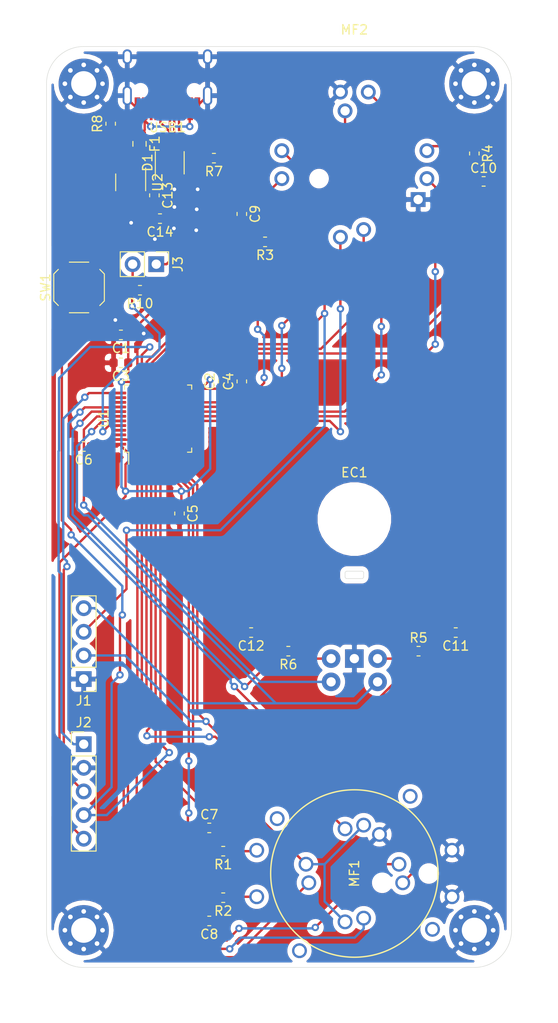
<source format=kicad_pcb>
(kicad_pcb (version 20171130) (host pcbnew "(5.1.2)-1")
  (layers (0 F.Cu signal) (31 B.Cu signal) (34 B.Paste user) (35 F.Paste user) (36 B.SilkS user) (37 F.SilkS user) (38 B.Mask user) (39 F.Mask user) (44 Edge.Cuts user))
  (net 0 "")
  (net 1 +3V3)
  (net 2 GND)
  (net 3 MF1EA)
  (net 4 MF1EB)
  (net 5 MF2EA)
  (net 6 MF2EB)
  (net 7 "Net-(EC1-PadB)")
  (net 8 "Net-(EC1-PadA)")
  (net 9 EC1S2)
  (net 10 EC1S1)
  (net 11 "Net-(MF1-Pad5)")
  (net 12 "Net-(MF1-Pad6)")
  (net 13 MF1PUSH)
  (net 14 MF1D)
  (net 15 MF1B)
  (net 16 MF1C)
  (net 17 MF1COM)
  (net 18 MF1A)
  (net 19 MF2COM)
  (net 20 MF2PUSH)
  (net 21 MF2A)
  (net 22 MF2C)
  (net 23 MF2B)
  (net 24 "Net-(MF2-Pad6)")
  (net 25 "Net-(MF2-Pad5)")
  (net 26 MF2D)
  (net 27 NRST)
  (net 28 D_N)
  (net 29 D_P)
  (net 30 EC1EA)
  (net 31 EC1EB)
  (net 32 +5V)
  (net 33 "Net-(F1-Pad1)")
  (net 34 "Net-(R7-Pad2)")
  (net 35 "Net-(R8-Pad2)")
  (net 36 SWDIO)
  (net 37 SWCLK)
  (net 38 BOOT0)
  (module Capacitor_SMD:C_0603_1608Metric (layer F.Cu) (at 11.6 16 270)
    (fp_text reference C13 (at 0 -1.43 90) (layer F.SilkS))
    (fp_text value 1u)
    (pad 1 smd roundrect (at -0.7875 0 270) (size 0.875 0.95) (layers F.Cu F.Paste F.Mask) (net 32 +5V))
    (pad 2 smd roundrect (at 0.7875 0 270) (size 0.875 0.95) (layers F.Cu F.Paste F.Mask) (net 2 GND))
  )
  (module Capacitor_SMD:C_0603_1608Metric (layer F.Cu) (at 8 31 180)
    (fp_text reference C1 (at 0 -1.43) (layer F.SilkS))
    (fp_text value 4.7u)
    (pad 1 smd roundrect (at -0.7875 0 180) (size 0.875 0.95) (layers F.Cu F.Paste F.Mask) (net 1 +3V3))
    (pad 2 smd roundrect (at 0.7875 0 180) (size 0.875 0.95) (layers F.Cu F.Paste F.Mask) (net 2 GND))
  )
  (module Capacitor_SMD:C_0603_1608Metric (layer F.Cu) (at 19 36 90)
    (fp_text reference C2 (at 0 -1.43 90) (layer F.SilkS))
    (fp_text value 4.7u)
    (pad 1 smd roundrect (at -0.7875 0 90) (size 0.875 0.95) (layers F.Cu F.Paste F.Mask) (net 1 +3V3))
    (pad 2 smd roundrect (at 0.7875 0 90) (size 0.875 0.95) (layers F.Cu F.Paste F.Mask) (net 2 GND))
  )
  (module Capacitor_SMD:C_0603_1608Metric (layer F.Cu) (at 8 34 180)
    (fp_text reference C3 (at 0 -1.43) (layer F.SilkS))
    (fp_text value 0.1u)
    (pad 1 smd roundrect (at -0.7875 0 180) (size 0.875 0.95) (layers F.Cu F.Paste F.Mask) (net 1 +3V3))
    (pad 2 smd roundrect (at 0.7875 0 180) (size 0.875 0.95) (layers F.Cu F.Paste F.Mask) (net 2 GND))
  )
  (module Capacitor_SMD:C_0603_1608Metric (layer F.Cu) (at 21 36 90)
    (fp_text reference C4 (at 0 -1.43 90) (layer F.SilkS))
    (fp_text value 0.1u)
    (pad 1 smd roundrect (at -0.7875 0 90) (size 0.875 0.95) (layers F.Cu F.Paste F.Mask) (net 1 +3V3))
    (pad 2 smd roundrect (at 0.7875 0 90) (size 0.875 0.95) (layers F.Cu F.Paste F.Mask) (net 2 GND))
  )
  (module Capacitor_SMD:C_0603_1608Metric (layer F.Cu) (at 14.3 50.2 270)
    (fp_text reference C5 (at 0 -1.43 90) (layer F.SilkS))
    (fp_text value 0.1u)
    (pad 1 smd roundrect (at -0.7875 0 270) (size 0.875 0.95) (layers F.Cu F.Paste F.Mask) (net 1 +3V3))
    (pad 2 smd roundrect (at 0.7875 0 270) (size 0.875 0.95) (layers F.Cu F.Paste F.Mask) (net 2 GND))
  )
  (module Capacitor_SMD:C_0603_1608Metric (layer F.Cu) (at 4 43 180)
    (fp_text reference C6 (at 0 -1.43) (layer F.SilkS))
    (fp_text value 0.1u)
    (pad 2 smd roundrect (at 0.7875 0 180) (size 0.875 0.95) (layers F.Cu F.Paste F.Mask) (net 2 GND))
    (pad 1 smd roundrect (at -0.7875 0 180) (size 0.875 0.95) (layers F.Cu F.Paste F.Mask) (net 1 +3V3))
  )
  (module Capacitor_SMD:C_0603_1608Metric (layer F.Cu) (at 17.5 84)
    (fp_text reference C7 (at 0 -1.43) (layer F.SilkS))
    (fp_text value 0.1u)
    (pad 1 smd roundrect (at -0.7875 0) (size 0.875 0.95) (layers F.Cu F.Paste F.Mask) (net 2 GND))
    (pad 2 smd roundrect (at 0.7875 0) (size 0.875 0.95) (layers F.Cu F.Paste F.Mask) (net 3 MF1EA))
  )
  (module Capacitor_SMD:C_0603_1608Metric (layer F.Cu) (at 17.5 94 180)
    (fp_text reference C8 (at 0 -1.43) (layer F.SilkS))
    (fp_text value 0.1u)
    (pad 2 smd roundrect (at 0.7875 0 180) (size 0.875 0.95) (layers F.Cu F.Paste F.Mask) (net 2 GND))
    (pad 1 smd roundrect (at -0.7875 0 180) (size 0.875 0.95) (layers F.Cu F.Paste F.Mask) (net 4 MF1EB))
  )
  (module Capacitor_SMD:C_0603_1608Metric (layer F.Cu) (at 21 18 270)
    (fp_text reference C9 (at 0 -1.43 90) (layer F.SilkS))
    (fp_text value 0.1u)
    (pad 1 smd roundrect (at -0.7875 0 270) (size 0.875 0.95) (layers F.Cu F.Paste F.Mask) (net 2 GND))
    (pad 2 smd roundrect (at 0.7875 0 270) (size 0.875 0.95) (layers F.Cu F.Paste F.Mask) (net 5 MF2EA))
  )
  (module Capacitor_SMD:C_0603_1608Metric (layer F.Cu) (at 47 14.5)
    (fp_text reference C10 (at 0 -1.43) (layer F.SilkS))
    (fp_text value 0.1u)
    (pad 2 smd roundrect (at 0.7875 0) (size 0.875 0.95) (layers F.Cu F.Paste F.Mask) (net 2 GND))
    (pad 1 smd roundrect (at -0.7875 0) (size 0.875 0.95) (layers F.Cu F.Paste F.Mask) (net 6 MF2EB))
  )
  (module Capacitor_SMD:C_0603_1608Metric (layer F.Cu) (at 44 63 180)
    (fp_text reference C11 (at 0 -1.43) (layer F.SilkS))
    (fp_text value 0.1u)
    (pad 1 smd roundrect (at -0.7875 0 180) (size 0.875 0.95) (layers F.Cu F.Paste F.Mask) (net 2 GND))
    (pad 2 smd roundrect (at 0.7875 0 180) (size 0.875 0.95) (layers F.Cu F.Paste F.Mask) (net 30 EC1EA))
  )
  (module Capacitor_SMD:C_0603_1608Metric (layer F.Cu) (at 22 63 180)
    (fp_text reference C12 (at 0 -1.43) (layer F.SilkS))
    (fp_text value 0.1u)
    (pad 2 smd roundrect (at 0.7875 0 180) (size 0.875 0.95) (layers F.Cu F.Paste F.Mask) (net 2 GND))
    (pad 1 smd roundrect (at -0.7875 0 180) (size 0.875 0.95) (layers F.Cu F.Paste F.Mask) (net 31 EC1EB))
  )
  (module Capacitor_SMD:C_0603_1608Metric (layer F.Cu) (at 12.2 18.5 180)
    (fp_text reference C14 (at 0 -1.43) (layer F.SilkS))
    (fp_text value 1u)
    (pad 2 smd roundrect (at 0.7875 0 180) (size 0.875 0.95) (layers F.Cu F.Paste F.Mask) (net 1 +3V3))
    (pad 1 smd roundrect (at -0.7875 0 180) (size 0.875 0.95) (layers F.Cu F.Paste F.Mask) (net 2 GND))
  )
  (module Package_TO_SOT_SMD:SOT-143 (layer F.Cu) (at 13.25 12.5 90)
    (fp_text reference D1 (at 0.02 -2.38 90) (layer F.SilkS))
    (fp_text value PRTR5V0U2X)
    (pad 1 smd rect (at -1.1 -0.77) (size 1.2 1.4) (layers F.Cu F.Paste F.Mask) (net 2 GND))
    (pad 2 smd rect (at -1.1 0.95) (size 1 1.4) (layers F.Cu F.Paste F.Mask) (net 29 D_P))
    (pad 3 smd rect (at 1.1 0.95) (size 1 1.4) (layers F.Cu F.Paste F.Mask) (net 28 D_N))
    (pad 4 smd rect (at 1.1 -0.95) (size 1 1.4) (layers F.Cu F.Paste F.Mask) (net 32 +5V))
  )
  (module crokto:ec11b (layer F.Cu) (at 33.1 50.8)
    (fp_text reference EC1 (at 0 -5) (layer F.SilkS))
    (fp_text value Rotary_Encoder_Switch)
    (pad C thru_hole rect (at 0 15 270) (size 2 2) (drill 1) (layers *.Cu *.Mask) (net 2 GND))
    (pad B thru_hole circle (at -2.5 15 270) (size 2 2) (drill 1) (layers *.Cu *.Mask) (net 7 "Net-(EC1-PadB)"))
    (pad A thru_hole circle (at 2.5 15 270) (size 2 2) (drill 1) (layers *.Cu *.Mask) (net 8 "Net-(EC1-PadA)"))
    (pad S2 thru_hole circle (at 2.5 17.5 270) (size 2 2) (drill 1) (layers *.Cu *.Mask) (net 9 EC1S2))
    (pad S1 thru_hole circle (at -2.5 17.5 270) (size 2 2) (drill 1) (layers *.Cu *.Mask) (net 10 EC1S1))
    (pad "" np_thru_hole circle (at 0 0) (size 6.9 6.9) (drill 6.9) (layers *.Cu *.Mask))
  )
  (module Fuse:Fuse_0805_2012Metric (layer F.Cu) (at 10 10.4625 270)
    (fp_text reference F1 (at 0 -1.65 90) (layer F.SilkS))
    (fp_text value PTC)
    (pad 1 smd roundrect (at -0.9375 0 270) (size 0.975 1.4) (layers F.Cu F.Paste F.Mask) (net 33 "Net-(F1-Pad1)"))
    (pad 2 smd roundrect (at 0.9375 0 270) (size 0.975 1.4) (layers F.Cu F.Paste F.Mask) (net 32 +5V))
  )
  (module Connector_PinHeader_2.54mm:PinHeader_1x04_P2.54mm_Vertical (layer F.Cu) (at 4 68 180)
    (fp_text reference J1 (at 0 -2.33) (layer F.SilkS))
    (fp_text value Conn_01x04)
    (pad 1 thru_hole rect (at 0 0 180) (size 1.7 1.7) (drill 1) (layers *.Cu *.Mask) (net 2 GND))
    (pad 2 thru_hole oval (at 0 2.54 180) (size 1.7 1.7) (drill 1) (layers *.Cu *.Mask) (net 17 MF1COM))
    (pad 3 thru_hole oval (at 0 5.08 180) (size 1.7 1.7) (drill 1) (layers *.Cu *.Mask) (net 19 MF2COM))
    (pad 4 thru_hole oval (at 0 7.62 180) (size 1.7 1.7) (drill 1) (layers *.Cu *.Mask) (net 9 EC1S2))
  )
  (module crokto:RKJXM2E13004 (layer F.Cu) (at 33.1 88.9 270)
    (fp_text reference MF1 (at 0 0 90) (layer F.SilkS))
    (fp_text value Alps_RKJXx)
    (pad 9 thru_hole circle (at -2.5 -10.5 270) (size 1.6 1.6) (drill 1.1) (layers *.Cu *.Mask) (net 2 GND))
    (pad 9 thru_hole circle (at 2.5 -10.5 270) (size 1.6 1.6) (drill 1.1) (layers *.Cu *.Mask) (net 2 GND))
    (pad 5 thru_hole circle (at -2.5 10.5 270) (size 1.6 1.6) (drill 1.1) (layers *.Cu *.Mask) (net 11 "Net-(MF1-Pad5)"))
    (pad 6 thru_hole circle (at 2.5 10.5 270) (size 1.6 1.6) (drill 1.1) (layers *.Cu *.Mask) (net 12 "Net-(MF1-Pad6)"))
    (pad 7 thru_hole circle (at -5.2 -1 270) (size 1.6 1.6) (drill 1.1) (layers *.Cu *.Mask) (net 13 MF1PUSH))
    (pad 4 thru_hole circle (at -4.8 1 270) (size 1.6 1.6) (drill 1.1) (layers *.Cu *.Mask) (net 14 MF1D))
    (pad "" np_thru_hole circle (at 0 -8 270) (size 1.2 1.2) (drill 1.2) (layers *.Cu *.Mask))
    (pad 2 thru_hole circle (at 4.8 -1 270) (size 1.6 1.6) (drill 1.1) (layers *.Cu *.Mask) (net 15 MF1B))
    (pad 3 thru_hole circle (at -1 -4.8 270) (size 1.6 1.6) (drill 1.1) (layers *.Cu *.Mask) (net 16 MF1C))
    (pad 8 thru_hole circle (at 1 -5.2 270) (size 1.6 1.6) (drill 1.1) (layers *.Cu *.Mask) (net 17 MF1COM))
    (pad 1 thru_hole circle (at 1 4.9 270) (size 1.6 1.6) (drill 1.1) (layers *.Cu *.Mask) (net 18 MF1A))
    (pad 7 thru_hole circle (at -1 5.2 270) (size 1.6 1.6) (drill 1.1) (layers *.Cu *.Mask) (net 13 MF1PUSH))
    (pad 7 thru_hole circle (at 5.2 1 270) (size 1.6 1.6) (drill 1.1) (layers *.Cu *.Mask) (net 13 MF1PUSH))
    (pad "" np_thru_hole circle (at 1 -3 270) (size 1.2 1.2) (drill 1.2) (layers *.Cu *.Mask))
    (pad 10 thru_hole circle (at -4.2 -2.7 270) (size 1.6 1.6) (drill 1.1) (layers *.Cu *.Mask) (net 2 GND))
    (pad MP thru_hole circle (at 6 -8.4 270) (size 1.6 1.6) (drill 1.1) (layers *.Cu *.Mask))
    (pad MP thru_hole circle (at -5.9 8.3 270) (size 1.6 1.6) (drill 1.1) (layers *.Cu *.Mask))
    (pad MP thru_hole circle (at 8.3 5.9 270) (size 1.6 1.6) (drill 1.1) (layers *.Cu *.Mask))
    (pad MP thru_hole circle (at -8.3 -6 270) (size 1.6 1.6) (drill 1.1) (layers *.Cu *.Mask))
  )
  (module crokto:RKJXT1F42001 (layer F.Cu) (at 33.1 12.7)
    (fp_text reference MF2 (at 0 -14.5) (layer F.SilkS))
    (fp_text value Alps_RKJXx)
    (pad 4 thru_hole circle (at -7.8 -1.5) (size 1.6 1.6) (drill 1) (layers *.Cu *.Mask) (net 26 MF2D))
    (pad 5 thru_hole circle (at -7.8 1.5) (size 1.6 1.6) (drill 1) (layers *.Cu *.Mask) (net 25 "Net-(MF2-Pad5)"))
    (pad 6 thru_hole circle (at 7.8 -1.5) (size 1.6 1.6) (drill 1) (layers *.Cu *.Mask) (net 24 "Net-(MF2-Pad6)"))
    (pad 2 thru_hole circle (at 7.8 1.5) (size 1.6 1.6) (drill 1) (layers *.Cu *.Mask) (net 23 MF2B))
    (pad 10 thru_hole rect (at 6.86 3.75) (size 1.6 1.6) (drill 1) (layers *.Cu *.Mask) (net 2 GND))
    (pad 9 thru_hole circle (at -1.5 -7.8) (size 1.6 1.6) (drill 1) (layers *.Cu *.Mask) (net 2 GND))
    (pad 3 thru_hole circle (at 1.5 -7.8) (size 1.6 1.6) (drill 1) (layers *.Cu *.Mask) (net 22 MF2C))
    (pad "" np_thru_hole circle (at -3.8 1.5) (size 1.1 1.1) (drill 1.1) (layers *.Cu *.Mask))
    (pad 1 thru_hole circle (at -1.5 7.8) (size 1.6 1.6) (drill 1) (layers *.Cu *.Mask) (net 21 MF2A))
    (pad 7 thru_hole circle (at 1 6.98) (size 1.6 1.6) (drill 1) (layers *.Cu *.Mask) (net 20 MF2PUSH))
    (pad 8 thru_hole circle (at -1 -5.78) (size 1.6 1.6) (drill 1) (layers *.Cu *.Mask) (net 19 MF2COM))
  )
  (module Resistor_SMD:R_0603_1608Metric (layer F.Cu) (at 19 86.5 180)
    (fp_text reference R1 (at 0 -1.43) (layer F.SilkS))
    (fp_text value 10k)
    (pad 1 smd roundrect (at -0.7875 0 180) (size 0.875 0.95) (layers F.Cu F.Paste F.Mask) (net 11 "Net-(MF1-Pad5)"))
    (pad 2 smd roundrect (at 0.7875 0 180) (size 0.875 0.95) (layers F.Cu F.Paste F.Mask) (net 3 MF1EA))
  )
  (module Resistor_SMD:R_0603_1608Metric (layer F.Cu) (at 19 91.5 180)
    (fp_text reference R2 (at 0 -1.43) (layer F.SilkS))
    (fp_text value 10k)
    (pad 2 smd roundrect (at 0.7875 0 180) (size 0.875 0.95) (layers F.Cu F.Paste F.Mask) (net 4 MF1EB))
    (pad 1 smd roundrect (at -0.7875 0 180) (size 0.875 0.95) (layers F.Cu F.Paste F.Mask) (net 12 "Net-(MF1-Pad6)"))
  )
  (module Resistor_SMD:R_0603_1608Metric (layer F.Cu) (at 23.5 21 180)
    (fp_text reference R3 (at 0 -1.43) (layer F.SilkS))
    (fp_text value 10k)
    (pad 1 smd roundrect (at -0.7875 0 180) (size 0.875 0.95) (layers F.Cu F.Paste F.Mask) (net 25 "Net-(MF2-Pad5)"))
    (pad 2 smd roundrect (at 0.7875 0 180) (size 0.875 0.95) (layers F.Cu F.Paste F.Mask) (net 5 MF2EA))
  )
  (module Resistor_SMD:R_0603_1608Metric (layer F.Cu) (at 46 11.5 270)
    (fp_text reference R4 (at 0 -1.43 90) (layer F.SilkS))
    (fp_text value 10k)
    (pad 2 smd roundrect (at 0.7875 0 270) (size 0.875 0.95) (layers F.Cu F.Paste F.Mask) (net 6 MF2EB))
    (pad 1 smd roundrect (at -0.7875 0 270) (size 0.875 0.95) (layers F.Cu F.Paste F.Mask) (net 24 "Net-(MF2-Pad6)"))
  )
  (module Resistor_SMD:R_0603_1608Metric (layer F.Cu) (at 40 65)
    (fp_text reference R5 (at 0 -1.43) (layer F.SilkS))
    (fp_text value 10k)
    (pad 1 smd roundrect (at -0.7875 0) (size 0.875 0.95) (layers F.Cu F.Paste F.Mask) (net 8 "Net-(EC1-PadA)"))
    (pad 2 smd roundrect (at 0.7875 0) (size 0.875 0.95) (layers F.Cu F.Paste F.Mask) (net 30 EC1EA))
  )
  (module Resistor_SMD:R_0603_1608Metric (layer F.Cu) (at 26 65 180)
    (fp_text reference R6 (at 0 -1.43) (layer F.SilkS))
    (fp_text value 10k)
    (pad 2 smd roundrect (at 0.7875 0 180) (size 0.875 0.95) (layers F.Cu F.Paste F.Mask) (net 31 EC1EB))
    (pad 1 smd roundrect (at -0.7875 0 180) (size 0.875 0.95) (layers F.Cu F.Paste F.Mask) (net 7 "Net-(EC1-PadB)"))
  )
  (module Resistor_SMD:R_0603_1608Metric (layer F.Cu) (at 18 12 180)
    (fp_text reference R7 (at 0 -1.43) (layer F.SilkS))
    (fp_text value 5.1K)
    (pad 2 smd roundrect (at 0.7875 0 180) (size 0.875 0.95) (layers F.Cu F.Paste F.Mask) (net 34 "Net-(R7-Pad2)"))
    (pad 1 smd roundrect (at -0.7875 0 180) (size 0.875 0.95) (layers F.Cu F.Paste F.Mask) (net 2 GND))
  )
  (module Resistor_SMD:R_0603_1608Metric (layer F.Cu) (at 6.9 8.3 90)
    (fp_text reference R8 (at 0 -1.43 90) (layer F.SilkS))
    (fp_text value 5.1K)
    (pad 1 smd roundrect (at -0.7875 0 90) (size 0.875 0.95) (layers F.Cu F.Paste F.Mask) (net 2 GND))
    (pad 2 smd roundrect (at 0.7875 0 90) (size 0.875 0.95) (layers F.Cu F.Paste F.Mask) (net 35 "Net-(R8-Pad2)"))
  )
  (module Package_QFP:LQFP-48_7x7mm_P0.5mm (layer F.Cu) (at 12 40 90)
    (fp_text reference U1 (at 0 -5.85 90) (layer F.SilkS))
    (fp_text value STM32F072CBTx)
    (pad 1 smd roundrect (at -4.1625 -2.75 90) (size 1.475 0.3) (layers F.Cu F.Paste F.Mask) (net 1 +3V3))
    (pad 2 smd roundrect (at -4.1625 -2.25 90) (size 1.475 0.3) (layers F.Cu F.Paste F.Mask) (net 18 MF1A))
    (pad 3 smd roundrect (at -4.1625 -1.75 90) (size 1.475 0.3) (layers F.Cu F.Paste F.Mask) (net 15 MF1B))
    (pad 4 smd roundrect (at -4.1625 -1.25 90) (size 1.475 0.3) (layers F.Cu F.Paste F.Mask) (net 16 MF1C))
    (pad 5 smd roundrect (at -4.1625 -0.75 90) (size 1.475 0.3) (layers F.Cu F.Paste F.Mask) (net 14 MF1D))
    (pad 6 smd roundrect (at -4.1625 -0.25 90) (size 1.475 0.3) (layers F.Cu F.Paste F.Mask) (net 3 MF1EA))
    (pad 7 smd roundrect (at -4.1625 0.25 90) (size 1.475 0.3) (layers F.Cu F.Paste F.Mask) (net 27 NRST))
    (pad 8 smd roundrect (at -4.1625 0.75 90) (size 1.475 0.3) (layers F.Cu F.Paste F.Mask) (net 2 GND))
    (pad 9 smd roundrect (at -4.1625 1.25 90) (size 1.475 0.3) (layers F.Cu F.Paste F.Mask) (net 1 +3V3))
    (pad 10 smd roundrect (at -4.1625 1.75 90) (size 1.475 0.3) (layers F.Cu F.Paste F.Mask) (net 4 MF1EB))
    (pad 11 smd roundrect (at -4.1625 2.25 90) (size 1.475 0.3) (layers F.Cu F.Paste F.Mask) (net 13 MF1PUSH))
    (pad 12 smd roundrect (at -4.1625 2.75 90) (size 1.475 0.3) (layers F.Cu F.Paste F.Mask) (net 17 MF1COM))
    (pad 13 smd roundrect (at -2.75 4.1625 90) (size 0.3 1.475) (layers F.Cu F.Paste F.Mask))
    (pad 14 smd roundrect (at -2.25 4.1625 90) (size 0.3 1.475) (layers F.Cu F.Paste F.Mask))
    (pad 15 smd roundrect (at -1.75 4.1625 90) (size 0.3 1.475) (layers F.Cu F.Paste F.Mask))
    (pad 16 smd roundrect (at -1.25 4.1625 90) (size 0.3 1.475) (layers F.Cu F.Paste F.Mask))
    (pad 17 smd roundrect (at -0.75 4.1625 90) (size 0.3 1.475) (layers F.Cu F.Paste F.Mask))
    (pad 18 smd roundrect (at -0.25 4.1625 90) (size 0.3 1.475) (layers F.Cu F.Paste F.Mask) (net 21 MF2A))
    (pad 19 smd roundrect (at 0.25 4.1625 90) (size 0.3 1.475) (layers F.Cu F.Paste F.Mask) (net 23 MF2B))
    (pad 20 smd roundrect (at 0.75 4.1625 90) (size 0.3 1.475) (layers F.Cu F.Paste F.Mask) (net 22 MF2C))
    (pad 21 smd roundrect (at 1.25 4.1625 90) (size 0.3 1.475) (layers F.Cu F.Paste F.Mask) (net 26 MF2D))
    (pad 22 smd roundrect (at 1.75 4.1625 90) (size 0.3 1.475) (layers F.Cu F.Paste F.Mask) (net 5 MF2EA))
    (pad 23 smd roundrect (at 2.25 4.1625 90) (size 0.3 1.475) (layers F.Cu F.Paste F.Mask) (net 2 GND))
    (pad 24 smd roundrect (at 2.75 4.1625 90) (size 0.3 1.475) (layers F.Cu F.Paste F.Mask) (net 1 +3V3))
    (pad 25 smd roundrect (at 4.1625 2.75 90) (size 1.475 0.3) (layers F.Cu F.Paste F.Mask) (net 6 MF2EB))
    (pad 26 smd roundrect (at 4.1625 2.25 90) (size 1.475 0.3) (layers F.Cu F.Paste F.Mask) (net 20 MF2PUSH))
    (pad 27 smd roundrect (at 4.1625 1.75 90) (size 1.475 0.3) (layers F.Cu F.Paste F.Mask) (net 19 MF2COM))
    (pad 28 smd roundrect (at 4.1625 1.25 90) (size 1.475 0.3) (layers F.Cu F.Paste F.Mask))
    (pad 29 smd roundrect (at 4.1625 0.75 90) (size 1.475 0.3) (layers F.Cu F.Paste F.Mask))
    (pad 30 smd roundrect (at 4.1625 0.25 90) (size 1.475 0.3) (layers F.Cu F.Paste F.Mask))
    (pad 31 smd roundrect (at 4.1625 -0.25 90) (size 1.475 0.3) (layers F.Cu F.Paste F.Mask))
    (pad 32 smd roundrect (at 4.1625 -0.75 90) (size 1.475 0.3) (layers F.Cu F.Paste F.Mask) (net 28 D_N))
    (pad 33 smd roundrect (at 4.1625 -1.25 90) (size 1.475 0.3) (layers F.Cu F.Paste F.Mask) (net 29 D_P))
    (pad 34 smd roundrect (at 4.1625 -1.75 90) (size 1.475 0.3) (layers F.Cu F.Paste F.Mask) (net 36 SWDIO))
    (pad 35 smd roundrect (at 4.1625 -2.25 90) (size 1.475 0.3) (layers F.Cu F.Paste F.Mask) (net 2 GND))
    (pad 36 smd roundrect (at 4.1625 -2.75 90) (size 1.475 0.3) (layers F.Cu F.Paste F.Mask) (net 1 +3V3))
    (pad 37 smd roundrect (at 2.75 -4.1625 90) (size 0.3 1.475) (layers F.Cu F.Paste F.Mask) (net 37 SWCLK))
    (pad 38 smd roundrect (at 2.25 -4.1625 90) (size 0.3 1.475) (layers F.Cu F.Paste F.Mask))
    (pad 39 smd roundrect (at 1.75 -4.1625 90) (size 0.3 1.475) (layers F.Cu F.Paste F.Mask))
    (pad 40 smd roundrect (at 1.25 -4.1625 90) (size 0.3 1.475) (layers F.Cu F.Paste F.Mask) (net 30 EC1EA))
    (pad 41 smd roundrect (at 0.75 -4.1625 90) (size 0.3 1.475) (layers F.Cu F.Paste F.Mask) (net 31 EC1EB))
    (pad 42 smd roundrect (at 0.25 -4.1625 90) (size 0.3 1.475) (layers F.Cu F.Paste F.Mask) (net 10 EC1S1))
    (pad 43 smd roundrect (at -0.25 -4.1625 90) (size 0.3 1.475) (layers F.Cu F.Paste F.Mask) (net 9 EC1S2))
    (pad 44 smd roundrect (at -0.75 -4.1625 90) (size 0.3 1.475) (layers F.Cu F.Paste F.Mask) (net 38 BOOT0))
    (pad 45 smd roundrect (at -1.25 -4.1625 90) (size 0.3 1.475) (layers F.Cu F.Paste F.Mask))
    (pad 46 smd roundrect (at -1.75 -4.1625 90) (size 0.3 1.475) (layers F.Cu F.Paste F.Mask))
    (pad 47 smd roundrect (at -2.25 -4.1625 90) (size 0.3 1.475) (layers F.Cu F.Paste F.Mask) (net 2 GND))
    (pad 48 smd roundrect (at -2.75 -4.1625 90) (size 0.3 1.475) (layers F.Cu F.Paste F.Mask) (net 1 +3V3))
  )
  (module Package_TO_SOT_SMD:SOT-23-5 (layer F.Cu) (at 9.05 14.6 270)
    (fp_text reference U2 (at 0 -2.9 90) (layer F.SilkS))
    (fp_text value TLV75533PDBV)
    (pad 1 smd rect (at -1.1 -0.95 270) (size 1.06 0.65) (layers F.Cu F.Paste F.Mask) (net 32 +5V))
    (pad 2 smd rect (at -1.1 0 270) (size 1.06 0.65) (layers F.Cu F.Paste F.Mask) (net 2 GND))
    (pad 3 smd rect (at -1.1 0.95 270) (size 1.06 0.65) (layers F.Cu F.Paste F.Mask) (net 32 +5V))
    (pad 4 smd rect (at 1.1 0.95 270) (size 1.06 0.65) (layers F.Cu F.Paste F.Mask))
    (pad 5 smd rect (at 1.1 -0.95 270) (size 1.06 0.65) (layers F.Cu F.Paste F.Mask) (net 1 +3V3))
  )
  (module Type-C:HRO-TYPE-C-31-M-12-HandSoldering (layer F.Cu) (at 13 -1.5 180)
    (fp_text reference USB1 (at 0 -10.2) (layer F.SilkS))
    (fp_text value HRO-TYPE-C-31-M-12)
    (pad 13 thru_hole oval (at 4.32 -2.6 180) (size 1 1.6) (drill oval 0.6 1.2) (layers *.Cu B.Mask) (net 2 GND))
    (pad 13 thru_hole oval (at -4.32 -2.6 180) (size 1 1.6) (drill oval 0.6 1.2) (layers *.Cu B.Mask) (net 2 GND))
    (pad 13 thru_hole oval (at 4.32 -6.78 180) (size 1 2.1) (drill oval 0.6 1.7) (layers *.Cu B.Mask) (net 2 GND))
    (pad 13 thru_hole oval (at -4.32 -6.78 180) (size 1 2.1) (drill oval 0.6 1.7) (layers *.Cu B.Mask) (net 2 GND))
    (pad "" np_thru_hole circle (at -2.89 -6.25 180) (size 0.65 0.65) (drill 0.65) (layers *.Cu *.Mask))
    (pad "" np_thru_hole circle (at 2.89 -6.25 180) (size 0.65 0.65) (drill 0.65) (layers *.Cu *.Mask))
    (pad 6 smd rect (at -0.25 -8.195 180) (size 0.3 2.45) (layers F.Cu F.Paste F.Mask) (net 29 D_P))
    (pad 7 smd rect (at 0.25 -8.195 180) (size 0.3 2.45) (layers F.Cu F.Paste F.Mask) (net 28 D_N))
    (pad 8 smd rect (at 0.75 -8.195 180) (size 0.3 2.45) (layers F.Cu F.Paste F.Mask) (net 29 D_P))
    (pad 5 smd rect (at -0.75 -8.195 180) (size 0.3 2.45) (layers F.Cu F.Paste F.Mask) (net 28 D_N))
    (pad 9 smd rect (at 1.25 -8.195 180) (size 0.3 2.45) (layers F.Cu F.Paste F.Mask))
    (pad 4 smd rect (at -1.25 -8.195 180) (size 0.3 2.45) (layers F.Cu F.Paste F.Mask) (net 34 "Net-(R7-Pad2)"))
    (pad 10 smd rect (at 1.75 -8.195 180) (size 0.3 2.45) (layers F.Cu F.Paste F.Mask) (net 35 "Net-(R8-Pad2)"))
    (pad 3 smd rect (at -1.75 -8.195 180) (size 0.3 2.45) (layers F.Cu F.Paste F.Mask))
    (pad 2 smd rect (at -2.45 -8.195 180) (size 0.6 2.45) (layers F.Cu F.Paste F.Mask) (net 33 "Net-(F1-Pad1)"))
    (pad 11 smd rect (at 2.45 -8.195 180) (size 0.6 2.45) (layers F.Cu F.Paste F.Mask) (net 33 "Net-(F1-Pad1)"))
    (pad 1 smd rect (at -3.225 -8.195 180) (size 0.6 2.45) (layers F.Cu F.Paste F.Mask) (net 2 GND))
    (pad 12 smd rect (at 3.225 -8.195 180) (size 0.6 2.45) (layers F.Cu F.Paste F.Mask) (net 2 GND))
  )
  (module crokto:m2.5_pad_via (layer F.Cu) (at 4 4)
    (fp_text reference H1 hide)
    (fp_text value M2.5)
    (pad 1 thru_hole circle (at 1.431891 -1.431891) (size 0.8 0.8) (drill 0.5) (layers *.Cu *.Mask) (net 2 GND))
    (pad 1 thru_hole circle (at 0 -2.025) (size 0.8 0.8) (drill 0.5) (layers *.Cu *.Mask) (net 2 GND))
    (pad 1 thru_hole circle (at -1.431891 -1.431891) (size 0.8 0.8) (drill 0.5) (layers *.Cu *.Mask) (net 2 GND))
    (pad 1 thru_hole circle (at -2.025 0) (size 0.8 0.8) (drill 0.5) (layers *.Cu *.Mask) (net 2 GND))
    (pad 1 thru_hole circle (at -1.431891 1.431891) (size 0.8 0.8) (drill 0.5) (layers *.Cu *.Mask) (net 2 GND))
    (pad 1 thru_hole circle (at 0 2.025) (size 0.8 0.8) (drill 0.5) (layers *.Cu *.Mask) (net 2 GND))
    (pad 1 thru_hole circle (at 1.431891 1.431891) (size 0.8 0.8) (drill 0.5) (layers *.Cu *.Mask) (net 2 GND))
    (pad 1 thru_hole circle (at 2.025 0) (size 0.8 0.8) (drill 0.5) (layers *.Cu *.Mask) (net 2 GND))
    (pad 1 thru_hole circle (at 0 0) (size 5.4 5.4) (drill 2.7) (layers *.Cu *.Mask) (net 2 GND))
  )
  (module crokto:m2.5_pad_via (layer F.Cu) (at 46 4)
    (fp_text reference H2 hide)
    (fp_text value M2.5)
    (pad 1 thru_hole circle (at 0 0) (size 5.4 5.4) (drill 2.7) (layers *.Cu *.Mask) (net 2 GND))
    (pad 1 thru_hole circle (at 2.025 0) (size 0.8 0.8) (drill 0.5) (layers *.Cu *.Mask) (net 2 GND))
    (pad 1 thru_hole circle (at 1.431891 1.431891) (size 0.8 0.8) (drill 0.5) (layers *.Cu *.Mask) (net 2 GND))
    (pad 1 thru_hole circle (at 0 2.025) (size 0.8 0.8) (drill 0.5) (layers *.Cu *.Mask) (net 2 GND))
    (pad 1 thru_hole circle (at -1.431891 1.431891) (size 0.8 0.8) (drill 0.5) (layers *.Cu *.Mask) (net 2 GND))
    (pad 1 thru_hole circle (at -2.025 0) (size 0.8 0.8) (drill 0.5) (layers *.Cu *.Mask) (net 2 GND))
    (pad 1 thru_hole circle (at -1.431891 -1.431891) (size 0.8 0.8) (drill 0.5) (layers *.Cu *.Mask) (net 2 GND))
    (pad 1 thru_hole circle (at 0 -2.025) (size 0.8 0.8) (drill 0.5) (layers *.Cu *.Mask) (net 2 GND))
    (pad 1 thru_hole circle (at 1.431891 -1.431891) (size 0.8 0.8) (drill 0.5) (layers *.Cu *.Mask) (net 2 GND))
  )
  (module crokto:m2.5_pad_via (layer F.Cu) (at 4 95)
    (fp_text reference H3 hide)
    (fp_text value M2.5)
    (pad 1 thru_hole circle (at 1.431891 -1.431891) (size 0.8 0.8) (drill 0.5) (layers *.Cu *.Mask) (net 2 GND))
    (pad 1 thru_hole circle (at 0 -2.025) (size 0.8 0.8) (drill 0.5) (layers *.Cu *.Mask) (net 2 GND))
    (pad 1 thru_hole circle (at -1.431891 -1.431891) (size 0.8 0.8) (drill 0.5) (layers *.Cu *.Mask) (net 2 GND))
    (pad 1 thru_hole circle (at -2.025 0) (size 0.8 0.8) (drill 0.5) (layers *.Cu *.Mask) (net 2 GND))
    (pad 1 thru_hole circle (at -1.431891 1.431891) (size 0.8 0.8) (drill 0.5) (layers *.Cu *.Mask) (net 2 GND))
    (pad 1 thru_hole circle (at 0 2.025) (size 0.8 0.8) (drill 0.5) (layers *.Cu *.Mask) (net 2 GND))
    (pad 1 thru_hole circle (at 1.431891 1.431891) (size 0.8 0.8) (drill 0.5) (layers *.Cu *.Mask) (net 2 GND))
    (pad 1 thru_hole circle (at 2.025 0) (size 0.8 0.8) (drill 0.5) (layers *.Cu *.Mask) (net 2 GND))
    (pad 1 thru_hole circle (at 0 0) (size 5.4 5.4) (drill 2.7) (layers *.Cu *.Mask) (net 2 GND))
  )
  (module crokto:m2.5_pad_via (layer F.Cu) (at 46 95)
    (fp_text reference H4 hide)
    (fp_text value M2.5)
    (pad 1 thru_hole circle (at 0 0) (size 5.4 5.4) (drill 2.7) (layers *.Cu *.Mask) (net 2 GND))
    (pad 1 thru_hole circle (at 2.025 0) (size 0.8 0.8) (drill 0.5) (layers *.Cu *.Mask) (net 2 GND))
    (pad 1 thru_hole circle (at 1.431891 1.431891) (size 0.8 0.8) (drill 0.5) (layers *.Cu *.Mask) (net 2 GND))
    (pad 1 thru_hole circle (at 0 2.025) (size 0.8 0.8) (drill 0.5) (layers *.Cu *.Mask) (net 2 GND))
    (pad 1 thru_hole circle (at -1.431891 1.431891) (size 0.8 0.8) (drill 0.5) (layers *.Cu *.Mask) (net 2 GND))
    (pad 1 thru_hole circle (at -2.025 0) (size 0.8 0.8) (drill 0.5) (layers *.Cu *.Mask) (net 2 GND))
    (pad 1 thru_hole circle (at -1.431891 -1.431891) (size 0.8 0.8) (drill 0.5) (layers *.Cu *.Mask) (net 2 GND))
    (pad 1 thru_hole circle (at 0 -2.025) (size 0.8 0.8) (drill 0.5) (layers *.Cu *.Mask) (net 2 GND))
    (pad 1 thru_hole circle (at 1.431891 -1.431891) (size 0.8 0.8) (drill 0.5) (layers *.Cu *.Mask) (net 2 GND))
  )
  (module Connector_PinHeader_2.54mm:PinHeader_1x05_P2.54mm_Vertical (layer F.Cu) (at 4 75)
    (fp_text reference J2 (at 0 -2.33) (layer F.SilkS))
    (fp_text value Conn_01x05)
    (pad 1 thru_hole rect (at 0 0) (size 1.7 1.7) (drill 1) (layers *.Cu *.Mask) (net 36 SWDIO))
    (pad 2 thru_hole oval (at 0 2.54) (size 1.7 1.7) (drill 1) (layers *.Cu *.Mask) (net 2 GND))
    (pad 3 thru_hole oval (at 0 5.08) (size 1.7 1.7) (drill 1) (layers *.Cu *.Mask) (net 37 SWCLK))
    (pad 4 thru_hole oval (at 0 7.62) (size 1.7 1.7) (drill 1) (layers *.Cu *.Mask) (net 27 NRST))
    (pad 5 thru_hole oval (at 0 10.16) (size 1.7 1.7) (drill 1) (layers *.Cu *.Mask) (net 1 +3V3))
  )
  (module Connector_PinHeader_2.54mm:PinHeader_1x02_P2.54mm_Vertical (layer F.Cu) (at 11.8 23.4 270)
    (fp_text reference J3 (at 0 -2.33 90) (layer F.SilkS))
    (fp_text value Conn_01x02)
    (pad 1 thru_hole rect (at 0 0 270) (size 1.7 1.7) (drill 1) (layers *.Cu *.Mask) (net 1 +3V3))
    (pad 2 thru_hole oval (at 0 2.54 270) (size 1.7 1.7) (drill 1) (layers *.Cu *.Mask) (net 38 BOOT0))
  )
  (module Resistor_SMD:R_0603_1608Metric (layer F.Cu) (at 10.05 26.2 180)
    (fp_text reference R10 (at 0 -1.43) (layer F.SilkS))
    (fp_text value 10k)
    (pad 1 smd roundrect (at -0.7875 0 180) (size 0.875 0.95) (layers F.Cu F.Paste F.Mask) (net 2 GND))
    (pad 2 smd roundrect (at 0.7875 0 180) (size 0.875 0.95) (layers F.Cu F.Paste F.Mask) (net 38 BOOT0))
  )
  (module Button_Switch_SMD:SW_SPST_SKQG_WithStem (layer F.Cu) (at 3.5 25.9 90)
    (fp_text reference SW1 (at 0 -3.6 90) (layer F.SilkS))
    (fp_text value SW_PUSH)
    (pad 1 smd rect (at -3.1 -1.85 90) (size 1.8 1.1) (layers F.Cu F.Paste F.Mask) (net 2 GND))
    (pad 1 smd rect (at 3.1 -1.85 90) (size 1.8 1.1) (layers F.Cu F.Paste F.Mask) (net 2 GND))
    (pad 2 smd rect (at -3.1 1.85 90) (size 1.8 1.1) (layers F.Cu F.Paste F.Mask) (net 27 NRST))
    (pad 2 smd rect (at 3.1 1.85 90) (size 1.8 1.1) (layers F.Cu F.Paste F.Mask) (net 27 NRST))
  )
  (gr_arc (start 33.9 56.6) (end 34.1 56.6) (angle -90) (layer Edge.Cuts) (width 0.05))
  (gr_arc (start 33.9 57) (end 33.9 57.2) (angle -90) (layer Edge.Cuts) (width 0.05))
  (gr_arc (start 32.3 57) (end 32.1 57) (angle -90) (layer Edge.Cuts) (width 0.05))
  (gr_arc (start 32.3 56.6) (end 32.3 56.4) (angle -90) (layer Edge.Cuts) (width 0.05))
  (gr_line (start 33.9 56.4) (end 32.3 56.4) (layer Edge.Cuts) (width 0.05))
  (gr_line (start 34.1 57) (end 34.1 56.6) (layer Edge.Cuts) (width 0.05))
  (gr_line (start 32.3 57.2) (end 33.9 57.2) (layer Edge.Cuts) (width 0.05))
  (gr_line (start 32.1 56.6) (end 32.1 57) (layer Edge.Cuts) (width 0.05))
  (gr_arc (start 4 4) (end 4 0) (angle -90) (layer Edge.Cuts) (width 0.05))
  (gr_arc (start 4 95) (end 0 95) (angle -90) (layer Edge.Cuts) (width 0.05))
  (gr_arc (start 46 95) (end 46 99) (angle -90) (layer Edge.Cuts) (width 0.05))
  (gr_arc (start 46 4) (end 50 4) (angle -90) (layer Edge.Cuts) (width 0.05))
  (gr_line (start 46 99) (end 4 99) (layer Edge.Cuts) (width 0.05))
  (gr_line (start 50 4) (end 50 95) (layer Edge.Cuts) (width 0.05))
  (gr_line (start 4 0) (end 46 0) (layer Edge.Cuts) (width 0.05))
  (gr_line (start 0 95) (end 0 4) (layer Edge.Cuts) (width 0.05))
  (segment (start 8.7875 31.575) (end 8.7875 34) (width 0.254) (layer F.Cu) (net 1))
  (segment (start 8.7875 31) (end 8.7875 31.575) (width 0.254) (layer F.Cu) (net 1))
  (segment (start 8.7875 35.375) (end 9.25 35.8375) (width 0.254) (layer F.Cu) (net 1))
  (segment (start 8.7875 34) (end 8.7875 35.375) (width 0.254) (layer F.Cu) (net 1))
  (segment (start 7.5875 43) (end 4.7875 43) (width 0.254) (layer F.Cu) (net 1))
  (segment (start 7.8375 42.75) (end 7.5875 43) (width 0.254) (layer F.Cu) (net 1))
  (segment (start 16.625 36.7875) (end 16.1625 37.25) (width 0.254) (layer F.Cu) (net 1))
  (segment (start 19 36.7875) (end 16.625 36.7875) (width 0.254) (layer F.Cu) (net 1))
  (segment (start 19 36.7875) (end 21 36.7875) (width 0.254) (layer F.Cu) (net 1))
  (segment (start 7.8375 42.75) (end 9.25 44.1625) (width 0.254) (layer F.Cu) (net 1))
  (via (at 14.5 47.8) (size 0.8) (drill 0.4) (layers F.Cu B.Cu) (net 1))
  (via (at 8.5 47.8) (size 0.8) (drill 0.4) (layers F.Cu B.Cu) (net 1))
  (segment (start 14.5 47.8) (end 8.5 47.8) (width 0.254) (layer B.Cu) (net 1))
  (segment (start 8.5 44.9125) (end 9.25 44.1625) (width 0.254) (layer F.Cu) (net 1))
  (segment (start 8.5 47.8) (end 8.5 44.9125) (width 0.254) (layer F.Cu) (net 1))
  (via (at 17.6 35.8) (size 0.8) (drill 0.4) (layers F.Cu B.Cu) (net 1))
  (segment (start 16.1625 37.25) (end 16.1625 37.2375) (width 0.254) (layer F.Cu) (net 1))
  (segment (start 16.1625 37.2375) (end 17.6 35.8) (width 0.254) (layer F.Cu) (net 1))
  (segment (start 17.6 35.8) (end 17.6 45.4) (width 0.254) (layer B.Cu) (net 1))
  (segment (start 15.2 47.8) (end 14.5 47.8) (width 0.254) (layer B.Cu) (net 1))
  (segment (start 17.6 45.4) (end 15.2 47.8) (width 0.254) (layer B.Cu) (net 1))
  (segment (start 9.02929 36.05821) (end 8.05821 36.05821) (width 0.254) (layer F.Cu) (net 1))
  (segment (start 9.25 35.8375) (end 9.02929 36.05821) (width 0.254) (layer F.Cu) (net 1))
  (via (at 8.05821 36.05821) (size 0.8) (drill 0.4) (layers F.Cu B.Cu) (net 1))
  (segment (start 8.05821 47.35821) (end 8.5 47.8) (width 0.254) (layer B.Cu) (net 1))
  (segment (start 8.05821 36.05821) (end 8.05821 47.35821) (width 0.254) (layer B.Cu) (net 1))
  (segment (start 8.5 48.365685) (end 1.4 55.465685) (width 0.254) (layer F.Cu) (net 1))
  (segment (start 8.5 47.8) (end 8.5 48.365685) (width 0.254) (layer F.Cu) (net 1))
  (segment (start 1.4 82.56) (end 4 85.16) (width 0.254) (layer F.Cu) (net 1))
  (segment (start 1.4 55.465685) (end 1.4 82.56) (width 0.254) (layer F.Cu) (net 1))
  (segment (start 14.5 47.8) (end 14.5 47.346592) (width 0.254) (layer F.Cu) (net 1))
  (segment (start 13.25 46.096592) (end 13.25 44.1625) (width 0.254) (layer F.Cu) (net 1))
  (segment (start 14.5 47.346592) (end 13.25 46.096592) (width 0.254) (layer F.Cu) (net 1))
  (segment (start 14.5 49.2125) (end 14.3 49.4125) (width 0.254) (layer F.Cu) (net 1))
  (segment (start 14.5 47.8) (end 14.5 49.2125) (width 0.254) (layer F.Cu) (net 1))
  (segment (start 11.4125 18.5) (end 14.11419 21.20169) (width 0.254) (layer F.Cu) (net 1))
  (segment (start 14.11419 25.67331) (end 14.11419 21.20169) (width 0.254) (layer F.Cu) (net 1))
  (segment (start 8.7875 31) (end 14.11419 25.67331) (width 0.254) (layer F.Cu) (net 1))
  (segment (start 10 17.0875) (end 11.4125 18.5) (width 0.254) (layer F.Cu) (net 1))
  (segment (start 10 15.7) (end 10 17.0875) (width 0.254) (layer F.Cu) (net 1))
  (segment (start 14.11419 22.18981) (end 14.11419 21.20169) (width 0.254) (layer F.Cu) (net 1))
  (segment (start 12.904 23.4) (end 14.11419 22.18981) (width 0.254) (layer F.Cu) (net 1))
  (segment (start 11.8 23.4) (end 12.904 23.4) (width 0.254) (layer F.Cu) (net 1))
  (segment (start 12.75 44.1625) (end 12.75 42.15) (width 0.254) (layer F.Cu) (net 2))
  (segment (start 8.46979 42.26979) (end 9.76979 42.26979) (width 0.254) (layer F.Cu) (net 2))
  (segment (start 7.8375 42.25) (end 8.45 42.25) (width 0.254) (layer F.Cu) (net 2))
  (segment (start 8.45 42.25) (end 8.46979 42.26979) (width 0.254) (layer F.Cu) (net 2))
  (segment (start 9.75 35.8375) (end 9.75 37.65) (width 0.254) (layer F.Cu) (net 2))
  (segment (start 9.76979 35.13021) (end 9.76979 33.83021) (width 0.254) (layer F.Cu) (net 2))
  (segment (start 9.75 35.8375) (end 9.75 35.15) (width 0.254) (layer F.Cu) (net 2))
  (segment (start 9.75 35.15) (end 9.76979 35.13021) (width 0.254) (layer F.Cu) (net 2))
  (segment (start 14.65 37.248056) (end 16.398056 35.5) (width 0.254) (layer F.Cu) (net 2))
  (segment (start 14.65 37.75) (end 14.65 37.248056) (width 0.254) (layer F.Cu) (net 2))
  (segment (start 14.65 37.75) (end 14.45 37.75) (width 0.254) (layer F.Cu) (net 2))
  (segment (start 16.1625 37.75) (end 14.65 37.75) (width 0.254) (layer F.Cu) (net 2))
  (segment (start 14.048056 42.15) (end 15.898056 44) (width 0.254) (layer F.Cu) (net 2))
  (segment (start 12.75 42.15) (end 14.048056 42.15) (width 0.254) (layer F.Cu) (net 2))
  (segment (start 13.725 50.9875) (end 13.4 50.6625) (width 0.254) (layer F.Cu) (net 2))
  (segment (start 14.3 50.9875) (end 13.725 50.9875) (width 0.254) (layer F.Cu) (net 2))
  (segment (start 12.75 45) (end 12.75 44.1625) (width 0.254) (layer F.Cu) (net 2))
  (segment (start 12.75 46.243184) (end 12.75 45) (width 0.254) (layer F.Cu) (net 2))
  (segment (start 13.4 46.893184) (end 12.75 46.243184) (width 0.254) (layer F.Cu) (net 2))
  (segment (start 13.4 50.6625) (end 13.4 46.893184) (width 0.254) (layer F.Cu) (net 2))
  (segment (start 16.225 6.375) (end 17.32 5.28) (width 0.254) (layer F.Cu) (net 2))
  (segment (start 16.225 6.695) (end 16.225 6.375) (width 0.254) (layer F.Cu) (net 2))
  (segment (start 8.68 5.6) (end 9.775 6.695) (width 0.254) (layer F.Cu) (net 2))
  (segment (start 8.68 5.28) (end 8.68 5.6) (width 0.254) (layer F.Cu) (net 2))
  (segment (start 11.6 17.1125) (end 12.9875 18.5) (width 0.254) (layer F.Cu) (net 2))
  (segment (start 11.6 16.7875) (end 11.6 17.1125) (width 0.254) (layer F.Cu) (net 2))
  (segment (start 9.05 13.5) (end 9.05 18.1) (width 0.254) (layer F.Cu) (net 2))
  (segment (start 12.48 17.9925) (end 12.9875 18.5) (width 0.254) (layer F.Cu) (net 2))
  (segment (start 12.48 13.6) (end 12.48 17.9925) (width 0.254) (layer F.Cu) (net 2))
  (segment (start 13.449112 18.961612) (end 13.449112 19.299112) (width 0.254) (layer F.Cu) (net 2))
  (segment (start 12.9875 18.5) (end 13.449112 18.961612) (width 0.254) (layer F.Cu) (net 2))
  (via (at 13.7 19.55) (size 0.8) (drill 0.4) (layers F.Cu B.Cu) (net 2))
  (segment (start 13.85 19.7) (end 13.7 19.55) (width 0.254) (layer F.Cu) (net 2))
  (segment (start 13.449112 19.299112) (end 13.7 19.55) (width 0.254) (layer F.Cu) (net 2))
  (via (at 13.75 17.25) (size 0.8) (drill 0.4) (layers F.Cu B.Cu) (net 2))
  (via (at 13.75 15.35) (size 0.8) (drill 0.4) (layers F.Cu B.Cu) (net 2))
  (via (at 16.1 19.75) (size 0.8) (drill 0.4) (layers F.Cu B.Cu) (net 2))
  (via (at 16.15 17.5) (size 0.8) (drill 0.4) (layers F.Cu B.Cu) (net 2))
  (via (at 16.25 15.35) (size 0.8) (drill 0.4) (layers F.Cu B.Cu) (net 2))
  (via (at 11.65 20.7) (size 0.8) (drill 0.4) (layers F.Cu B.Cu) (net 2))
  (via (at 9.1 18.95) (size 0.8) (drill 0.4) (layers F.Cu B.Cu) (net 2))
  (segment (start 7.2125 33.425) (end 7.2125 31) (width 0.254) (layer F.Cu) (net 2))
  (segment (start 7.2125 34) (end 7.2125 33.425) (width 0.254) (layer F.Cu) (net 2))
  (via (at 10.45 30.85) (size 0.8) (drill 0.4) (layers F.Cu B.Cu) (net 2))
  (segment (start 9.76979 33.83021) (end 9.76979 31.53021) (width 0.254) (layer F.Cu) (net 2))
  (segment (start 9.76979 31.53021) (end 10.45 30.85) (width 0.254) (layer F.Cu) (net 2))
  (via (at 7.4 29.4) (size 0.8) (drill 0.4) (layers F.Cu B.Cu) (net 2))
  (segment (start 10.45 30.85) (end 8.85 30.85) (width 0.254) (layer B.Cu) (net 2))
  (segment (start 8.85 30.85) (end 7.4 29.4) (width 0.254) (layer B.Cu) (net 2))
  (segment (start 7.4 30.8125) (end 7.2125 31) (width 0.254) (layer F.Cu) (net 2))
  (segment (start 7.4 29.4) (end 7.4 30.8125) (width 0.254) (layer F.Cu) (net 2))
  (segment (start 18.2875 86.425) (end 18.2125 86.5) (width 0.254) (layer F.Cu) (net 3))
  (segment (start 18.2875 84) (end 18.2875 86.425) (width 0.254) (layer F.Cu) (net 3))
  (segment (start 11.73021 44.18229) (end 11.75 44.1625) (width 0.254) (layer F.Cu) (net 3))
  (segment (start 11.73021 76.86771) (end 11.73021 44.18229) (width 0.254) (layer F.Cu) (net 3))
  (segment (start 18.2875 84) (end 18.2875 83.425) (width 0.254) (layer F.Cu) (net 3))
  (segment (start 18.2875 83.425) (end 11.73021 76.86771) (width 0.254) (layer F.Cu) (net 3))
  (segment (start 18.2125 93.925) (end 18.2875 94) (width 0.254) (layer F.Cu) (net 4))
  (segment (start 18.2125 91.5) (end 18.2125 93.925) (width 0.254) (layer F.Cu) (net 4))
  (via (at 15.3 82.4) (size 0.8) (drill 0.4) (layers F.Cu B.Cu) (net 4))
  (segment (start 15.2 82.5) (end 15.3 82.4) (width 0.254) (layer F.Cu) (net 4))
  (segment (start 18.2125 91.5) (end 15.2 88.4875) (width 0.254) (layer F.Cu) (net 4))
  (segment (start 15.2 88.4875) (end 15.2 82.5) (width 0.254) (layer F.Cu) (net 4))
  (via (at 15.3 76.8) (size 0.8) (drill 0.4) (layers F.Cu B.Cu) (net 4))
  (segment (start 15.3 82.4) (end 15.3 76.8) (width 0.254) (layer B.Cu) (net 4))
  (segment (start 13.75 44.1625) (end 13.75 45.95) (width 0.254) (layer F.Cu) (net 4))
  (segment (start 15.3 47.5) (end 15.3 48) (width 0.254) (layer F.Cu) (net 4))
  (segment (start 13.75 45.95) (end 15.3 47.5) (width 0.254) (layer F.Cu) (net 4))
  (segment (start 15.3 76.8) (end 15.3 48) (width 0.254) (layer F.Cu) (net 4))
  (segment (start 22.7125 20.5) (end 22.7125 21) (width 0.254) (layer F.Cu) (net 5))
  (segment (start 21 18.7875) (end 22.7125 20.5) (width 0.254) (layer F.Cu) (net 5))
  (via (at 22.7 30.4) (size 0.8) (drill 0.4) (layers F.Cu B.Cu) (net 5))
  (segment (start 22.7125 21) (end 22.7125 30.3875) (width 0.254) (layer F.Cu) (net 5))
  (segment (start 22.7125 30.3875) (end 22.7 30.4) (width 0.254) (layer F.Cu) (net 5))
  (via (at 23.4 35.6) (size 0.8) (drill 0.4) (layers F.Cu B.Cu) (net 5))
  (segment (start 22.7 30.4) (end 23.4 31.1) (width 0.254) (layer B.Cu) (net 5))
  (segment (start 23.4 31.1) (end 23.4 35.6) (width 0.254) (layer B.Cu) (net 5))
  (segment (start 23.4 36.165685) (end 23.4 35.6) (width 0.254) (layer F.Cu) (net 5))
  (segment (start 16.1625 38.25) (end 21.315685 38.25) (width 0.254) (layer F.Cu) (net 5))
  (segment (start 21.315685 38.25) (end 23.4 36.165685) (width 0.254) (layer F.Cu) (net 5))
  (segment (start 46 14.2875) (end 46.2125 14.5) (width 0.254) (layer F.Cu) (net 6))
  (segment (start 46 12.2875) (end 46 14.2875) (width 0.254) (layer F.Cu) (net 6))
  (segment (start 46.2125 14.5) (end 46.2125 24.7875) (width 0.254) (layer F.Cu) (net 6))
  (segment (start 46.2125 24.7875) (end 38 33) (width 0.254) (layer F.Cu) (net 6))
  (segment (start 17.5875 33) (end 14.75 35.8375) (width 0.254) (layer F.Cu) (net 6))
  (segment (start 38 33) (end 17.5875 33) (width 0.254) (layer F.Cu) (net 6))
  (segment (start 27.5875 65.8) (end 26.7875 65) (width 0.254) (layer F.Cu) (net 7))
  (segment (start 30.6 65.8) (end 27.5875 65.8) (width 0.254) (layer F.Cu) (net 7))
  (segment (start 38.4125 65.8) (end 39.2125 65) (width 0.254) (layer F.Cu) (net 8))
  (segment (start 35.6 65.8) (end 38.4125 65.8) (width 0.254) (layer F.Cu) (net 8))
  (segment (start 24.653408 70.6) (end 22.810617 68.757209) (width 0.254) (layer B.Cu) (net 9))
  (segment (start 35.6 68.3) (end 33.3 70.6) (width 0.254) (layer B.Cu) (net 9))
  (segment (start 33.3 70.6) (end 24.653408 70.6) (width 0.254) (layer B.Cu) (net 9))
  (segment (start 22.810617 68.757209) (end 4.453408 50.4) (width 0.254) (layer B.Cu) (net 9))
  (segment (start 3.269799 49.650497) (end 3.269799 48.630201) (width 0.254) (layer B.Cu) (net 9))
  (segment (start 4.453408 50.4) (end 4.019302 50.4) (width 0.254) (layer B.Cu) (net 9))
  (segment (start 4.019302 50.4) (end 3.269799 49.650497) (width 0.254) (layer B.Cu) (net 9))
  (segment (start 15.422081 70.6) (end 24.653408 70.6) (width 0.254) (layer B.Cu) (net 9))
  (segment (start 5.202081 60.38) (end 15.422081 70.6) (width 0.254) (layer B.Cu) (net 9))
  (segment (start 4 60.38) (end 5.202081 60.38) (width 0.254) (layer B.Cu) (net 9))
  (via (at 4.85 41.4) (size 0.8) (drill 0.4) (layers F.Cu B.Cu) (net 9))
  (segment (start 7.8375 40.25) (end 6 40.25) (width 0.254) (layer F.Cu) (net 9))
  (segment (start 6 40.25) (end 4.85 41.4) (width 0.254) (layer F.Cu) (net 9))
  (segment (start 3.269799 42.980201) (end 4.85 41.4) (width 0.254) (layer B.Cu) (net 9))
  (segment (start 3.269799 48.630201) (end 3.269799 42.980201) (width 0.254) (layer B.Cu) (net 9))
  (segment (start 7.8375 39.75) (end 7.15 39.75) (width 0.254) (layer F.Cu) (net 10))
  (segment (start 30.6 68.3) (end 23 68.3) (width 0.254) (layer B.Cu) (net 10))
  (segment (start 23 68.3) (end 4 49.3) (width 0.254) (layer B.Cu) (net 10))
  (segment (start 7.13021 39.76979) (end 5.43021 39.76979) (width 0.254) (layer F.Cu) (net 10))
  (segment (start 7.15 39.75) (end 7.13021 39.76979) (width 0.254) (layer F.Cu) (net 10))
  (via (at 4 49.3) (size 0.8) (drill 0.4) (layers F.Cu B.Cu) (net 10))
  (segment (start 4.01979 41.18021) (end 5.43021 39.76979) (width 0.254) (layer F.Cu) (net 10))
  (segment (start 4.01979 48.714525) (end 4.01979 41.18021) (width 0.254) (layer F.Cu) (net 10))
  (segment (start 4 48.734315) (end 4.01979 48.714525) (width 0.254) (layer F.Cu) (net 10))
  (segment (start 4 49.3) (end 4 48.734315) (width 0.254) (layer F.Cu) (net 10))
  (segment (start 22.5 86.5) (end 22.6 86.4) (width 0.254) (layer F.Cu) (net 11))
  (segment (start 19.7875 86.5) (end 22.5 86.5) (width 0.254) (layer F.Cu) (net 11))
  (segment (start 19.8875 91.4) (end 19.7875 91.5) (width 0.254) (layer F.Cu) (net 12))
  (segment (start 22.6 91.4) (end 19.8875 91.4) (width 0.254) (layer F.Cu) (net 12))
  (segment (start 27.100001 87.100001) (end 27.9 87.9) (width 0.254) (layer F.Cu) (net 13))
  (segment (start 15.75721 75.75721) (end 27.100001 87.100001) (width 0.254) (layer F.Cu) (net 13))
  (segment (start 15.75721 47.310618) (end 15.75721 75.75721) (width 0.254) (layer F.Cu) (net 13))
  (segment (start 14.25 44.1625) (end 14.25 45.803408) (width 0.254) (layer F.Cu) (net 13))
  (segment (start 14.25 45.803408) (end 15.75721 47.310618) (width 0.254) (layer F.Cu) (net 13))
  (segment (start 29.9 87.9) (end 34.1 83.7) (width 0.254) (layer B.Cu) (net 13))
  (segment (start 27.9 87.9) (end 29.9 87.9) (width 0.254) (layer B.Cu) (net 13))
  (segment (start 29.9 91.9) (end 32.1 94.1) (width 0.254) (layer B.Cu) (net 13))
  (segment (start 29.9 87.9) (end 29.9 91.9) (width 0.254) (layer B.Cu) (net 13))
  (segment (start 25.823207 81.869799) (end 24.910617 80.957209) (width 0.254) (layer F.Cu) (net 14))
  (segment (start 32.1 84.1) (end 29.869799 81.869799) (width 0.254) (layer F.Cu) (net 14))
  (segment (start 29.869799 81.869799) (end 25.823207 81.869799) (width 0.254) (layer F.Cu) (net 14))
  (via (at 17.5 74.2) (size 0.8) (drill 0.4) (layers F.Cu B.Cu) (net 14))
  (segment (start 24.910617 80.957209) (end 18.153408 74.2) (width 0.254) (layer F.Cu) (net 14))
  (segment (start 18.153408 74.2) (end 17.5 74.2) (width 0.254) (layer F.Cu) (net 14))
  (via (at 10.8 74.1) (size 0.8) (drill 0.4) (layers F.Cu B.Cu) (net 14))
  (segment (start 17.5 74.2) (end 10.9 74.2) (width 0.254) (layer B.Cu) (net 14))
  (segment (start 10.9 74.2) (end 10.8 74.1) (width 0.254) (layer B.Cu) (net 14))
  (segment (start 11.25 45) (end 11.25 44.1625) (width 0.254) (layer F.Cu) (net 14))
  (segment (start 11.25 73.084315) (end 11.25 45) (width 0.254) (layer F.Cu) (net 14))
  (segment (start 10.8 73.534315) (end 11.25 73.084315) (width 0.254) (layer F.Cu) (net 14))
  (segment (start 10.8 74.1) (end 10.8 73.534315) (width 0.254) (layer F.Cu) (net 14))
  (segment (start 10.25 71.396592) (end 10.226999 71.419593) (width 0.254) (layer F.Cu) (net 15))
  (segment (start 10.25 44.1625) (end 10.25 71.396592) (width 0.254) (layer F.Cu) (net 15))
  (segment (start 10.226999 71.419593) (end 8.75721 72.889382) (width 0.254) (layer F.Cu) (net 15))
  (segment (start 8.75721 72.889382) (end 8.75721 90.710618) (width 0.254) (layer F.Cu) (net 15))
  (via (at 19.7 97) (size 0.8) (drill 0.4) (layers F.Cu B.Cu) (net 15))
  (segment (start 8.75721 90.710618) (end 15.046592 97) (width 0.254) (layer F.Cu) (net 15))
  (segment (start 15.046592 97) (end 19.7 97) (width 0.254) (layer F.Cu) (net 15))
  (segment (start 34.1 94.83137) (end 33.13137 95.8) (width 0.254) (layer B.Cu) (net 15))
  (segment (start 34.1 93.7) (end 34.1 94.83137) (width 0.254) (layer B.Cu) (net 15))
  (segment (start 20.9 95.8) (end 19.7 97) (width 0.254) (layer B.Cu) (net 15))
  (segment (start 33.13137 95.8) (end 20.9 95.8) (width 0.254) (layer B.Cu) (net 15))
  (segment (start 10.75 44.1625) (end 10.75 72.25) (width 0.254) (layer F.Cu) (net 16))
  (segment (start 10.75 72.25) (end 9.7 73.3) (width 0.254) (layer F.Cu) (net 16))
  (segment (start 9.7 73.3) (end 9.7 90.5) (width 0.254) (layer F.Cu) (net 16))
  (segment (start 9.7 90.5) (end 15.3 96.1) (width 0.254) (layer F.Cu) (net 16))
  (via (at 20.7 94.8) (size 0.8) (drill 0.4) (layers F.Cu B.Cu) (net 16))
  (segment (start 15.3 96.1) (end 19.4 96.1) (width 0.254) (layer F.Cu) (net 16))
  (segment (start 19.4 96.1) (end 20.7 94.8) (width 0.254) (layer F.Cu) (net 16))
  (via (at 28.9 94.7) (size 0.8) (drill 0.4) (layers F.Cu B.Cu) (net 16))
  (segment (start 20.7 94.8) (end 28.8 94.8) (width 0.254) (layer B.Cu) (net 16))
  (segment (start 28.8 94.8) (end 28.9 94.7) (width 0.254) (layer B.Cu) (net 16))
  (segment (start 35.7 87.9) (end 37.9 87.9) (width 0.254) (layer F.Cu) (net 16))
  (segment (start 28.9 94.7) (end 35.7 87.9) (width 0.254) (layer F.Cu) (net 16))
  (segment (start 14.97071 45.877526) (end 16.21442 47.121236) (width 0.254) (layer F.Cu) (net 17))
  (segment (start 14.75 44.1625) (end 14.97071 44.38321) (width 0.254) (layer F.Cu) (net 17))
  (segment (start 14.97071 44.38321) (end 14.97071 45.877526) (width 0.254) (layer F.Cu) (net 17))
  (segment (start 16.21442 47.121236) (end 16.21442 71.61442) (width 0.254) (layer F.Cu) (net 17))
  (segment (start 25.1 80.5) (end 35 80.5) (width 0.254) (layer F.Cu) (net 17))
  (segment (start 35 80.5) (end 39.8 85.3) (width 0.254) (layer F.Cu) (net 17))
  (segment (start 39.8 88.4) (end 38.3 89.9) (width 0.254) (layer F.Cu) (net 17))
  (segment (start 39.8 85.3) (end 39.8 88.4) (width 0.254) (layer F.Cu) (net 17))
  (segment (start 4 65.46) (end 8.46 65.46) (width 0.254) (layer B.Cu) (net 17))
  (via (at 17.15 72.55) (size 0.8) (drill 0.4) (layers F.Cu B.Cu) (net 17))
  (segment (start 15.55 72.55) (end 17.15 72.55) (width 0.254) (layer B.Cu) (net 17))
  (segment (start 8.46 65.46) (end 15.55 72.55) (width 0.254) (layer B.Cu) (net 17))
  (segment (start 16.21442 71.61442) (end 17.15 72.55) (width 0.254) (layer F.Cu) (net 17))
  (segment (start 17.15 72.55) (end 25.1 80.5) (width 0.254) (layer F.Cu) (net 17))
  (segment (start 9.76979 44.86979) (end 9.76979 71.23021) (width 0.254) (layer F.Cu) (net 18))
  (segment (start 9.75 44.1625) (end 9.75 44.85) (width 0.254) (layer F.Cu) (net 18))
  (segment (start 9.75 44.85) (end 9.76979 44.86979) (width 0.254) (layer F.Cu) (net 18))
  (segment (start 9.76979 71.23021) (end 8.3 72.7) (width 0.254) (layer F.Cu) (net 18))
  (segment (start 8.3 90.9) (end 15.3 97.9) (width 0.254) (layer F.Cu) (net 18))
  (segment (start 8.3 72.7) (end 8.3 90.9) (width 0.254) (layer F.Cu) (net 18))
  (segment (start 20.2 97.9) (end 28.2 89.9) (width 0.254) (layer F.Cu) (net 18))
  (segment (start 15.3 97.9) (end 20.2 97.9) (width 0.254) (layer F.Cu) (net 18))
  (segment (start 32.1 6.92) (end 32.1 17.5) (width 0.254) (layer F.Cu) (net 19))
  (segment (start 32.1 17.5) (end 29.9 19.7) (width 0.254) (layer F.Cu) (net 19))
  (segment (start 29.9 19.7) (end 29.9 28.7) (width 0.254) (layer F.Cu) (net 19))
  (segment (start 29.9 28.7) (end 26.6 32) (width 0.254) (layer F.Cu) (net 19))
  (segment (start 13.75 35) (end 13.75 35.8375) (width 0.254) (layer F.Cu) (net 19))
  (segment (start 13.75 34.853408) (end 13.75 35) (width 0.254) (layer F.Cu) (net 19))
  (segment (start 16.603408 32) (end 13.75 34.853408) (width 0.254) (layer F.Cu) (net 19))
  (segment (start 26.6 32) (end 16.603408 32) (width 0.254) (layer F.Cu) (net 19))
  (via (at 8.6 52) (size 0.8) (drill 0.4) (layers F.Cu B.Cu) (net 19))
  (segment (start 4 62.92) (end 8.6 58.32) (width 0.254) (layer F.Cu) (net 19))
  (segment (start 8.6 58.32) (end 8.6 52) (width 0.254) (layer F.Cu) (net 19))
  (segment (start 8.6 52) (end 18.7 52) (width 0.254) (layer B.Cu) (net 19))
  (via (at 29.9 28.7) (size 0.8) (drill 0.4) (layers F.Cu B.Cu) (net 19))
  (segment (start 18.7 52) (end 29.9 40.8) (width 0.254) (layer B.Cu) (net 19))
  (segment (start 29.9 40.8) (end 29.9 28.7) (width 0.254) (layer B.Cu) (net 19))
  (segment (start 14.25 35) (end 16.75 32.5) (width 0.254) (layer F.Cu) (net 20))
  (segment (start 14.25 35.8375) (end 14.25 35) (width 0.254) (layer F.Cu) (net 20))
  (segment (start 16.75 32.5) (end 29.5 32.5) (width 0.254) (layer F.Cu) (net 20))
  (segment (start 34.1 27.9) (end 29.5 32.5) (width 0.254) (layer F.Cu) (net 20))
  (segment (start 34.1 19.68) (end 34.1 27.9) (width 0.254) (layer F.Cu) (net 20))
  (via (at 31.6 28.2) (size 0.8) (drill 0.4) (layers F.Cu B.Cu) (net 21))
  (segment (start 31.6 20.5) (end 31.6 28.2) (width 0.254) (layer F.Cu) (net 21))
  (via (at 31.6 41.4) (size 0.8) (drill 0.4) (layers F.Cu B.Cu) (net 21))
  (segment (start 31.6 28.2) (end 31.6 41.4) (width 0.254) (layer B.Cu) (net 21))
  (segment (start 30.45 40.25) (end 16.1625 40.25) (width 0.254) (layer F.Cu) (net 21))
  (segment (start 31.6 41.4) (end 30.45 40.25) (width 0.254) (layer F.Cu) (net 21))
  (via (at 36 35.3) (size 0.8) (drill 0.4) (layers F.Cu B.Cu) (net 22))
  (segment (start 16.1625 39.25) (end 32.05 39.25) (width 0.254) (layer F.Cu) (net 22))
  (segment (start 32.05 39.25) (end 36 35.3) (width 0.254) (layer F.Cu) (net 22))
  (via (at 36 30.1) (size 0.8) (drill 0.4) (layers F.Cu B.Cu) (net 22))
  (segment (start 36 35.3) (end 36 30.1) (width 0.254) (layer B.Cu) (net 22))
  (segment (start 36 6.3) (end 34.6 4.9) (width 0.254) (layer F.Cu) (net 22))
  (segment (start 36 30.1) (end 36 6.3) (width 0.254) (layer F.Cu) (net 22))
  (via (at 41.8 32) (size 0.8) (drill 0.4) (layers F.Cu B.Cu) (net 23))
  (segment (start 16.1625 39.75) (end 34.05 39.75) (width 0.254) (layer F.Cu) (net 23))
  (segment (start 34.05 39.75) (end 41.8 32) (width 0.254) (layer F.Cu) (net 23))
  (via (at 41.8 24.2) (size 0.8) (drill 0.4) (layers F.Cu B.Cu) (net 23))
  (segment (start 41.8 32) (end 41.8 24.2) (width 0.254) (layer B.Cu) (net 23))
  (segment (start 41.8 15.1) (end 40.9 14.2) (width 0.254) (layer F.Cu) (net 23))
  (segment (start 41.8 24.2) (end 41.8 15.1) (width 0.254) (layer F.Cu) (net 23))
  (segment (start 41.3875 10.7125) (end 40.9 11.2) (width 0.254) (layer F.Cu) (net 24))
  (segment (start 46 10.7125) (end 41.3875 10.7125) (width 0.254) (layer F.Cu) (net 24))
  (segment (start 24.2875 15.2125) (end 25.3 14.2) (width 0.254) (layer F.Cu) (net 25))
  (segment (start 24.2875 21) (end 24.2875 15.2125) (width 0.254) (layer F.Cu) (net 25))
  (segment (start 16.16979 38.73021) (end 22.56979 38.73021) (width 0.254) (layer F.Cu) (net 26))
  (segment (start 16.1625 38.75) (end 16.1625 38.7375) (width 0.254) (layer F.Cu) (net 26))
  (segment (start 16.1625 38.7375) (end 16.16979 38.73021) (width 0.254) (layer F.Cu) (net 26))
  (via (at 25.3 34.6) (size 0.8) (drill 0.4) (layers F.Cu B.Cu) (net 26))
  (segment (start 22.56979 38.73021) (end 25.3 36) (width 0.254) (layer F.Cu) (net 26))
  (segment (start 25.3 36) (end 25.3 34.6) (width 0.254) (layer F.Cu) (net 26))
  (via (at 25.3 30) (size 0.8) (drill 0.4) (layers F.Cu B.Cu) (net 26))
  (segment (start 25.3 34.6) (end 25.3 30) (width 0.254) (layer B.Cu) (net 26))
  (segment (start 25.699999 29.600001) (end 25.3 30) (width 0.254) (layer F.Cu) (net 26))
  (segment (start 27.2 28.1) (end 25.699999 29.600001) (width 0.254) (layer F.Cu) (net 26))
  (segment (start 27.2 13.1) (end 27.2 28.1) (width 0.254) (layer F.Cu) (net 26))
  (segment (start 25.3 11.2) (end 27.2 13.1) (width 0.254) (layer F.Cu) (net 26))
  (via (at 13.2 75.9) (size 0.8) (drill 0.4) (layers F.Cu B.Cu) (net 27))
  (segment (start 12.25 44.1625) (end 12.25 74.95) (width 0.254) (layer F.Cu) (net 27))
  (segment (start 12.25 74.95) (end 13.2 75.9) (width 0.254) (layer F.Cu) (net 27))
  (segment (start 6.48 82.62) (end 4 82.62) (width 0.254) (layer B.Cu) (net 27))
  (segment (start 13.2 75.9) (end 6.48 82.62) (width 0.254) (layer B.Cu) (net 27))
  (segment (start 6.154 29) (end 7.05 28.104) (width 0.254) (layer F.Cu) (net 27))
  (segment (start 5.35 29) (end 6.154 29) (width 0.254) (layer F.Cu) (net 27))
  (segment (start 7.05 23.696) (end 7.05 28.104) (width 0.254) (layer F.Cu) (net 27))
  (segment (start 6.154 22.8) (end 7.05 23.696) (width 0.254) (layer F.Cu) (net 27))
  (segment (start 5.35 22.8) (end 6.154 22.8) (width 0.254) (layer F.Cu) (net 27))
  (via (at 7.9 67.55) (size 0.8) (drill 0.4) (layers F.Cu B.Cu) (net 27))
  (segment (start 7 68.45) (end 7.9 67.55) (width 0.254) (layer B.Cu) (net 27))
  (segment (start 4 82.62) (end 7 79.62) (width 0.254) (layer B.Cu) (net 27))
  (segment (start 7 79.62) (end 7 68.45) (width 0.254) (layer B.Cu) (net 27))
  (via (at 8.15 61.1) (size 0.8) (drill 0.4) (layers F.Cu B.Cu) (net 27))
  (segment (start 7.9 67.55) (end 7.9 61.35) (width 0.254) (layer F.Cu) (net 27))
  (segment (start 7.9 61.35) (end 8.15 61.1) (width 0.254) (layer F.Cu) (net 27))
  (via (at 2.65 52.5) (size 0.8) (drill 0.4) (layers F.Cu B.Cu) (net 27))
  (segment (start 8.15 61.1) (end 8.15 58) (width 0.254) (layer B.Cu) (net 27))
  (segment (start 8.15 58) (end 2.65 52.5) (width 0.254) (layer B.Cu) (net 27))
  (segment (start 2.65 51.934315) (end 1.65 50.934315) (width 0.254) (layer F.Cu) (net 27))
  (segment (start 2.65 52.5) (end 2.65 51.934315) (width 0.254) (layer F.Cu) (net 27))
  (segment (start 5.35 30.154) (end 5.35 29) (width 0.254) (layer F.Cu) (net 27))
  (segment (start 1.65 33.854) (end 5.35 30.154) (width 0.254) (layer F.Cu) (net 27))
  (segment (start 1.65 50.934315) (end 1.65 33.854) (width 0.254) (layer F.Cu) (net 27))
  (segment (start 13.730201 6.714799) (end 13.75 6.695) (width 0.254) (layer F.Cu) (net 28))
  (segment (start 13.730201 9.976201) (end 13.730201 6.714799) (width 0.254) (layer F.Cu) (net 28))
  (segment (start 14.2 11.4) (end 14.2 10.446) (width 0.254) (layer F.Cu) (net 28))
  (segment (start 14.2 10.446) (end 13.730201 9.976201) (width 0.254) (layer F.Cu) (net 28))
  (segment (start 12.75 5.216) (end 12.966 5) (width 0.254) (layer F.Cu) (net 28))
  (segment (start 12.75 6.695) (end 12.75 5.216) (width 0.254) (layer F.Cu) (net 28))
  (segment (start 13.75 5.216) (end 13.75 6.695) (width 0.254) (layer F.Cu) (net 28))
  (segment (start 13.534 5) (end 13.75 5.216) (width 0.254) (layer F.Cu) (net 28))
  (segment (start 12.966 5) (end 13.534 5) (width 0.254) (layer F.Cu) (net 28))
  (segment (start 14.2 11.6) (end 15.030201 12.430201) (width 0.254) (layer F.Cu) (net 28))
  (segment (start 14.2 11.4) (end 14.2 11.6) (width 0.254) (layer F.Cu) (net 28))
  (segment (start 11.2286 35.005544) (end 11.2286 34.09469) (width 0.254) (layer F.Cu) (net 28))
  (segment (start 11.23021 35.007154) (end 11.2286 35.005544) (width 0.254) (layer F.Cu) (net 28))
  (segment (start 11.25 35.8375) (end 11.23021 35.81771) (width 0.254) (layer F.Cu) (net 28))
  (segment (start 11.23021 35.81771) (end 11.23021 35.007154) (width 0.254) (layer F.Cu) (net 28))
  (segment (start 11.2286 34.09469) (end 15.0286 30.29469) (width 0.254) (layer F.Cu) (net 28))
  (segment (start 15.0286 30.29469) (end 15.0286 15.3) (width 0.254) (layer F.Cu) (net 28))
  (segment (start 15.030201 15.298399) (end 15.0286 15.3) (width 0.254) (layer F.Cu) (net 28))
  (segment (start 15.030201 12.430201) (end 15.030201 15.298399) (width 0.254) (layer F.Cu) (net 28))
  (segment (start 13.269799 6.714799) (end 13.25 6.695) (width 0.254) (layer F.Cu) (net 29))
  (segment (start 13.269799 9.193799) (end 13.269799 9.369799) (width 0.254) (layer F.Cu) (net 29))
  (segment (start 12.25 8.174) (end 13.269799 9.193799) (width 0.254) (layer F.Cu) (net 29))
  (segment (start 12.25 6.695) (end 12.25 8.174) (width 0.254) (layer F.Cu) (net 29))
  (segment (start 13.269799 9.369799) (end 13.269799 6.714799) (width 0.254) (layer F.Cu) (net 29))
  (segment (start 13.269799 9.369799) (end 13.269799 12.469799) (width 0.254) (layer F.Cu) (net 29))
  (segment (start 13.269799 12.469799) (end 14.572991 13.772991) (width 0.254) (layer F.Cu) (net 29))
  (segment (start 10.76979 35.81771) (end 10.75 35.8375) (width 0.254) (layer F.Cu) (net 29))
  (segment (start 10.76979 35.007154) (end 10.76979 35.81771) (width 0.254) (layer F.Cu) (net 29))
  (segment (start 14.2 13.6) (end 14.2 13.9) (width 0.254) (layer F.Cu) (net 29))
  (segment (start 14.2 13.9) (end 14.5714 14.2714) (width 0.254) (layer F.Cu) (net 29))
  (segment (start 14.5714 14.2714) (end 14.5714 30.10531) (width 0.254) (layer F.Cu) (net 29))
  (segment (start 14.5714 30.10531) (end 10.7714 33.90531) (width 0.254) (layer F.Cu) (net 29))
  (segment (start 10.7714 33.90531) (end 10.7714 35.005544) (width 0.254) (layer F.Cu) (net 29))
  (segment (start 10.7714 35.005544) (end 10.76979 35.007154) (width 0.254) (layer F.Cu) (net 29))
  (segment (start 42.7875 63) (end 43.2125 63) (width 0.254) (layer F.Cu) (net 30))
  (segment (start 40.7875 65) (end 42.7875 63) (width 0.254) (layer F.Cu) (net 30))
  (segment (start 40.7875 65) (end 33.8 71.9875) (width 0.254) (layer F.Cu) (net 30))
  (via (at 20.2 68.8) (size 0.8) (drill 0.4) (layers F.Cu B.Cu) (net 30))
  (segment (start 33.8 71.9875) (end 23.3875 71.9875) (width 0.254) (layer F.Cu) (net 30))
  (segment (start 23.3875 71.9875) (end 20.2 68.8) (width 0.254) (layer F.Cu) (net 30))
  (segment (start 19.800001 68.400001) (end 19.800001 67.946593) (width 0.254) (layer B.Cu) (net 30))
  (segment (start 20.2 68.8) (end 19.800001 68.400001) (width 0.254) (layer B.Cu) (net 30))
  (via (at 3.6 39.3) (size 0.8) (drill 0.4) (layers F.Cu B.Cu) (net 30))
  (segment (start 2.355379 40.544621) (end 3.6 39.3) (width 0.254) (layer B.Cu) (net 30))
  (segment (start 19.800001 67.946593) (end 2.355379 50.501971) (width 0.254) (layer B.Cu) (net 30))
  (segment (start 2.355379 50.501971) (end 2.355379 40.544621) (width 0.254) (layer B.Cu) (net 30))
  (segment (start 3.999999 38.900001) (end 3.6 39.3) (width 0.254) (layer F.Cu) (net 30))
  (segment (start 4.10721 38.79279) (end 3.999999 38.900001) (width 0.254) (layer F.Cu) (net 30))
  (segment (start 6.90721 38.79279) (end 4.10721 38.79279) (width 0.254) (layer F.Cu) (net 30))
  (segment (start 6.95 38.75) (end 6.90721 38.79279) (width 0.254) (layer F.Cu) (net 30))
  (segment (start 7.8375 38.75) (end 6.95 38.75) (width 0.254) (layer F.Cu) (net 30))
  (segment (start 23.2125 63) (end 22.7875 63) (width 0.254) (layer F.Cu) (net 31))
  (segment (start 25.2125 65) (end 23.2125 63) (width 0.254) (layer F.Cu) (net 31))
  (via (at 21.3 68.8) (size 0.8) (drill 0.4) (layers F.Cu B.Cu) (net 31))
  (segment (start 25.2125 65) (end 21.4125 68.8) (width 0.254) (layer F.Cu) (net 31))
  (segment (start 21.4125 68.8) (end 21.3 68.8) (width 0.254) (layer F.Cu) (net 31))
  (via (at 3.6 40.5) (size 0.8) (drill 0.4) (layers F.Cu B.Cu) (net 31))
  (segment (start 2.812589 41.287411) (end 3.6 40.5) (width 0.254) (layer B.Cu) (net 31))
  (segment (start 21.3 68.8) (end 2.812589 50.312589) (width 0.254) (layer B.Cu) (net 31))
  (segment (start 2.812589 50.312589) (end 2.812589 41.287411) (width 0.254) (layer B.Cu) (net 31))
  (segment (start 4.85 39.25) (end 7.8375 39.25) (width 0.254) (layer F.Cu) (net 31))
  (segment (start 3.6 40.5) (end 4.85 39.25) (width 0.254) (layer F.Cu) (net 31))
  (segment (start 12.3 11.4) (end 10 11.4) (width 0.254) (layer F.Cu) (net 32))
  (segment (start 10 11.4) (end 10 13.5) (width 0.254) (layer F.Cu) (net 32))
  (segment (start 9.2 11.4) (end 10 11.4) (width 0.254) (layer F.Cu) (net 32))
  (segment (start 8.1 12.5) (end 9.2 11.4) (width 0.254) (layer F.Cu) (net 32))
  (segment (start 8.1 13.5) (end 8.1 12.5) (width 0.254) (layer F.Cu) (net 32))
  (segment (start 10 13.6125) (end 11.6 15.2125) (width 0.254) (layer F.Cu) (net 32))
  (segment (start 10 13.5) (end 10 13.6125) (width 0.254) (layer F.Cu) (net 32))
  (segment (start 10.556237 6.701237) (end 10.55 6.695) (width 0.254) (layer F.Cu) (net 33))
  (segment (start 10.556237 8.968763) (end 10.556237 6.701237) (width 0.254) (layer F.Cu) (net 33))
  (segment (start 10 9.525) (end 10.556237 8.968763) (width 0.254) (layer F.Cu) (net 33))
  (via (at 11.2 8.6) (size 0.8) (drill 0.4) (layers F.Cu B.Cu) (net 33))
  (segment (start 10.55 6.695) (end 10.55 7.95) (width 0.254) (layer F.Cu) (net 33))
  (segment (start 10.55 7.95) (end 11.2 8.6) (width 0.254) (layer F.Cu) (net 33))
  (via (at 15.4 8.6) (size 0.8) (drill 0.4) (layers F.Cu B.Cu) (net 33))
  (segment (start 11.2 8.6) (end 15.4 8.6) (width 0.254) (layer B.Cu) (net 33))
  (segment (start 15.4 6.745) (end 15.45 6.695) (width 0.254) (layer F.Cu) (net 33))
  (segment (start 15.4 8.6) (end 15.4 6.745) (width 0.254) (layer F.Cu) (net 33))
  (segment (start 14.25 9.0375) (end 17.2125 12) (width 0.254) (layer F.Cu) (net 34))
  (segment (start 14.25 6.695) (end 14.25 9.0375) (width 0.254) (layer F.Cu) (net 34))
  (segment (start 11.25 6.695) (end 11.25 4.45) (width 0.254) (layer F.Cu) (net 35))
  (segment (start 11.25 4.45) (end 10.3 3.5) (width 0.254) (layer F.Cu) (net 35))
  (segment (start 10.3 3.5) (end 8.2 3.5) (width 0.254) (layer F.Cu) (net 35))
  (segment (start 8.2 3.5) (end 7.5 4.2) (width 0.254) (layer F.Cu) (net 35))
  (segment (start 7.5 6.9125) (end 6.9 7.5125) (width 0.254) (layer F.Cu) (net 35))
  (segment (start 7.5 4.2) (end 7.5 6.9125) (width 0.254) (layer F.Cu) (net 35))
  (segment (start 2.896 75) (end 1.6 73.704) (width 0.254) (layer B.Cu) (net 36))
  (segment (start 4 75) (end 2.896 75) (width 0.254) (layer B.Cu) (net 36))
  (segment (start 1.6 73.704) (end 1.6 56.7) (width 0.254) (layer B.Cu) (net 36))
  (segment (start 1.6 56.7) (end 1.3 56.4) (width 0.254) (layer B.Cu) (net 36))
  (segment (start 1.34279 43.45721) (end 1.34279 35.65721) (width 0.254) (layer B.Cu) (net 36))
  (segment (start 1.3 56.4) (end 1.3 43.5) (width 0.254) (layer B.Cu) (net 36))
  (segment (start 1.3 43.5) (end 1.34279 43.45721) (width 0.254) (layer B.Cu) (net 36))
  (via (at 11.1 32.3) (size 0.8) (drill 0.4) (layers F.Cu B.Cu) (net 36))
  (segment (start 1.34279 35.65721) (end 4.7 32.3) (width 0.254) (layer B.Cu) (net 36))
  (segment (start 4.7 32.3) (end 11.1 32.3) (width 0.254) (layer B.Cu) (net 36))
  (segment (start 10.25 33.15) (end 10.25 35.8375) (width 0.254) (layer F.Cu) (net 36))
  (segment (start 11.1 32.3) (end 10.25 33.15) (width 0.254) (layer F.Cu) (net 36))
  (segment (start 4 80.08) (end 1.85721 77.93721) (width 0.254) (layer F.Cu) (net 37))
  (via (at 2.2 55.9) (size 0.8) (drill 0.4) (layers F.Cu B.Cu) (net 37))
  (segment (start 1.85721 77.93721) (end 1.85721 56.24279) (width 0.254) (layer F.Cu) (net 37))
  (segment (start 1.85721 56.24279) (end 2.2 55.9) (width 0.254) (layer F.Cu) (net 37))
  (segment (start 2.2 55.334315) (end 1.8 54.934315) (width 0.254) (layer B.Cu) (net 37))
  (segment (start 2.2 55.9) (end 2.2 55.334315) (width 0.254) (layer B.Cu) (net 37))
  (segment (start 1.8 40.019302) (end 4.119302 37.7) (width 0.254) (layer B.Cu) (net 37))
  (segment (start 1.8 54.934315) (end 1.8 40.019302) (width 0.254) (layer B.Cu) (net 37))
  (via (at 4.119302 37.7) (size 0.8) (drill 0.4) (layers F.Cu B.Cu) (net 37))
  (segment (start 7.8375 37.25) (end 4.569302 37.25) (width 0.254) (layer F.Cu) (net 37))
  (segment (start 4.569302 37.25) (end 4.119302 37.7) (width 0.254) (layer F.Cu) (net 37))
  (segment (start 9.26 26.1975) (end 9.2625 26.2) (width 0.254) (layer F.Cu) (net 38))
  (segment (start 9.26 23.4) (end 9.26 26.1975) (width 0.254) (layer F.Cu) (net 38))
  (via (at 6.05 41.4) (size 0.8) (drill 0.4) (layers F.Cu B.Cu) (net 38))
  (segment (start 7.8375 40.75) (end 6.7 40.75) (width 0.254) (layer F.Cu) (net 38))
  (segment (start 6.7 40.75) (end 6.05 41.4) (width 0.254) (layer F.Cu) (net 38))
  (segment (start 6.05 36.985722) (end 9.685722 33.35) (width 0.254) (layer B.Cu) (net 38))
  (segment (start 6.05 41.4) (end 6.05 36.985722) (width 0.254) (layer B.Cu) (net 38))
  (segment (start 9.685722 33.35) (end 11.4 33.35) (width 0.254) (layer B.Cu) (net 38))
  (segment (start 11.4 33.35) (end 12.15 32.6) (width 0.254) (layer B.Cu) (net 38))
  (via (at 9.2 27.9) (size 0.8) (drill 0.4) (layers F.Cu B.Cu) (net 38))
  (segment (start 12.15 32.6) (end 12.15 30.85) (width 0.254) (layer B.Cu) (net 38))
  (segment (start 12.15 30.85) (end 9.2 27.9) (width 0.254) (layer B.Cu) (net 38))
  (segment (start 9.2 26.2625) (end 9.2625 26.2) (width 0.254) (layer F.Cu) (net 38))
  (segment (start 9.2 27.9) (end 9.2 26.2625) (width 0.254) (layer F.Cu) (net 38))
  (zone (net 2) (net_name GND) (layer F.Cu) (connect_pads (clearance 0.508)) (min_thickness 0.254) (fill yes (arc_segments 32) (thermal_gap 0.508) (thermal_bridge_width 0.508))
    (polygon (pts (xy -5 -5) (xy 55 -5) (xy 55 105) (xy -5 105)))
  )
  (zone (net 2) (net_name GND) (layer B.Cu) (connect_pads (clearance 0.508)) (min_thickness 0.254) (fill yes (arc_segments 32) (thermal_gap 0.508) (thermal_bridge_width 0.508))
    (polygon (pts (xy -5 -5) (xy 55 -5) (xy 55 105) (xy -5 105)))
  )
)
</source>
